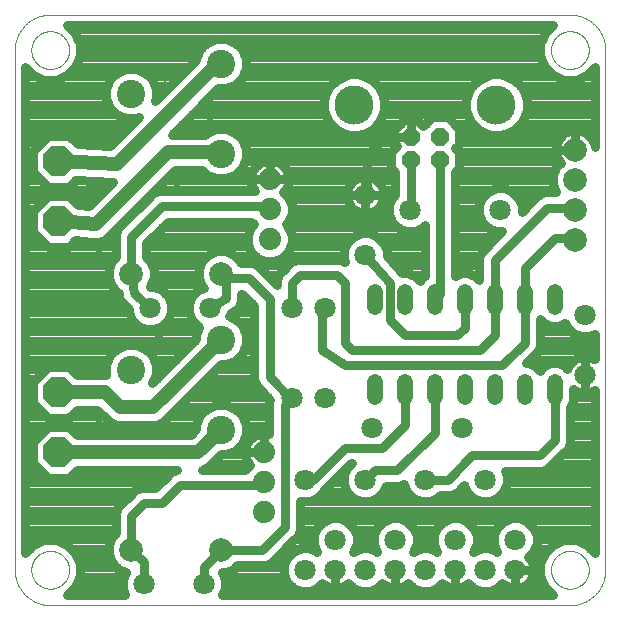
<source format=gbl>
G75*
%MOIN*%
%OFA0B0*%
%FSLAX25Y25*%
%IPPOS*%
%LPD*%
%AMOC8*
5,1,8,0,0,1.08239X$1,22.5*
%
%ADD10C,0.00000*%
%ADD11C,0.07087*%
%ADD12C,0.05200*%
%ADD13OC8,0.05740*%
%ADD14C,0.13055*%
%ADD15C,0.07874*%
%ADD16C,0.09449*%
%ADD17OC8,0.10000*%
%ADD18C,0.07400*%
%ADD19C,0.03150*%
%ADD20C,0.03150*%
%ADD21C,0.04724*%
D10*
X0005724Y0017535D02*
X0005724Y0190764D01*
X0011236Y0190764D02*
X0011238Y0190922D01*
X0011244Y0191080D01*
X0011254Y0191238D01*
X0011268Y0191396D01*
X0011286Y0191553D01*
X0011307Y0191710D01*
X0011333Y0191866D01*
X0011363Y0192022D01*
X0011396Y0192177D01*
X0011434Y0192330D01*
X0011475Y0192483D01*
X0011520Y0192635D01*
X0011569Y0192786D01*
X0011622Y0192935D01*
X0011678Y0193083D01*
X0011738Y0193229D01*
X0011802Y0193374D01*
X0011870Y0193517D01*
X0011941Y0193659D01*
X0012015Y0193799D01*
X0012093Y0193936D01*
X0012175Y0194072D01*
X0012259Y0194206D01*
X0012348Y0194337D01*
X0012439Y0194466D01*
X0012534Y0194593D01*
X0012631Y0194718D01*
X0012732Y0194840D01*
X0012836Y0194959D01*
X0012943Y0195076D01*
X0013053Y0195190D01*
X0013166Y0195301D01*
X0013281Y0195410D01*
X0013399Y0195515D01*
X0013520Y0195617D01*
X0013643Y0195717D01*
X0013769Y0195813D01*
X0013897Y0195906D01*
X0014027Y0195996D01*
X0014160Y0196082D01*
X0014295Y0196166D01*
X0014431Y0196245D01*
X0014570Y0196322D01*
X0014711Y0196394D01*
X0014853Y0196464D01*
X0014997Y0196529D01*
X0015143Y0196591D01*
X0015290Y0196649D01*
X0015439Y0196704D01*
X0015589Y0196755D01*
X0015740Y0196802D01*
X0015892Y0196845D01*
X0016045Y0196884D01*
X0016200Y0196920D01*
X0016355Y0196951D01*
X0016511Y0196979D01*
X0016667Y0197003D01*
X0016824Y0197023D01*
X0016982Y0197039D01*
X0017139Y0197051D01*
X0017298Y0197059D01*
X0017456Y0197063D01*
X0017614Y0197063D01*
X0017772Y0197059D01*
X0017931Y0197051D01*
X0018088Y0197039D01*
X0018246Y0197023D01*
X0018403Y0197003D01*
X0018559Y0196979D01*
X0018715Y0196951D01*
X0018870Y0196920D01*
X0019025Y0196884D01*
X0019178Y0196845D01*
X0019330Y0196802D01*
X0019481Y0196755D01*
X0019631Y0196704D01*
X0019780Y0196649D01*
X0019927Y0196591D01*
X0020073Y0196529D01*
X0020217Y0196464D01*
X0020359Y0196394D01*
X0020500Y0196322D01*
X0020639Y0196245D01*
X0020775Y0196166D01*
X0020910Y0196082D01*
X0021043Y0195996D01*
X0021173Y0195906D01*
X0021301Y0195813D01*
X0021427Y0195717D01*
X0021550Y0195617D01*
X0021671Y0195515D01*
X0021789Y0195410D01*
X0021904Y0195301D01*
X0022017Y0195190D01*
X0022127Y0195076D01*
X0022234Y0194959D01*
X0022338Y0194840D01*
X0022439Y0194718D01*
X0022536Y0194593D01*
X0022631Y0194466D01*
X0022722Y0194337D01*
X0022811Y0194206D01*
X0022895Y0194072D01*
X0022977Y0193936D01*
X0023055Y0193799D01*
X0023129Y0193659D01*
X0023200Y0193517D01*
X0023268Y0193374D01*
X0023332Y0193229D01*
X0023392Y0193083D01*
X0023448Y0192935D01*
X0023501Y0192786D01*
X0023550Y0192635D01*
X0023595Y0192483D01*
X0023636Y0192330D01*
X0023674Y0192177D01*
X0023707Y0192022D01*
X0023737Y0191866D01*
X0023763Y0191710D01*
X0023784Y0191553D01*
X0023802Y0191396D01*
X0023816Y0191238D01*
X0023826Y0191080D01*
X0023832Y0190922D01*
X0023834Y0190764D01*
X0023832Y0190606D01*
X0023826Y0190448D01*
X0023816Y0190290D01*
X0023802Y0190132D01*
X0023784Y0189975D01*
X0023763Y0189818D01*
X0023737Y0189662D01*
X0023707Y0189506D01*
X0023674Y0189351D01*
X0023636Y0189198D01*
X0023595Y0189045D01*
X0023550Y0188893D01*
X0023501Y0188742D01*
X0023448Y0188593D01*
X0023392Y0188445D01*
X0023332Y0188299D01*
X0023268Y0188154D01*
X0023200Y0188011D01*
X0023129Y0187869D01*
X0023055Y0187729D01*
X0022977Y0187592D01*
X0022895Y0187456D01*
X0022811Y0187322D01*
X0022722Y0187191D01*
X0022631Y0187062D01*
X0022536Y0186935D01*
X0022439Y0186810D01*
X0022338Y0186688D01*
X0022234Y0186569D01*
X0022127Y0186452D01*
X0022017Y0186338D01*
X0021904Y0186227D01*
X0021789Y0186118D01*
X0021671Y0186013D01*
X0021550Y0185911D01*
X0021427Y0185811D01*
X0021301Y0185715D01*
X0021173Y0185622D01*
X0021043Y0185532D01*
X0020910Y0185446D01*
X0020775Y0185362D01*
X0020639Y0185283D01*
X0020500Y0185206D01*
X0020359Y0185134D01*
X0020217Y0185064D01*
X0020073Y0184999D01*
X0019927Y0184937D01*
X0019780Y0184879D01*
X0019631Y0184824D01*
X0019481Y0184773D01*
X0019330Y0184726D01*
X0019178Y0184683D01*
X0019025Y0184644D01*
X0018870Y0184608D01*
X0018715Y0184577D01*
X0018559Y0184549D01*
X0018403Y0184525D01*
X0018246Y0184505D01*
X0018088Y0184489D01*
X0017931Y0184477D01*
X0017772Y0184469D01*
X0017614Y0184465D01*
X0017456Y0184465D01*
X0017298Y0184469D01*
X0017139Y0184477D01*
X0016982Y0184489D01*
X0016824Y0184505D01*
X0016667Y0184525D01*
X0016511Y0184549D01*
X0016355Y0184577D01*
X0016200Y0184608D01*
X0016045Y0184644D01*
X0015892Y0184683D01*
X0015740Y0184726D01*
X0015589Y0184773D01*
X0015439Y0184824D01*
X0015290Y0184879D01*
X0015143Y0184937D01*
X0014997Y0184999D01*
X0014853Y0185064D01*
X0014711Y0185134D01*
X0014570Y0185206D01*
X0014431Y0185283D01*
X0014295Y0185362D01*
X0014160Y0185446D01*
X0014027Y0185532D01*
X0013897Y0185622D01*
X0013769Y0185715D01*
X0013643Y0185811D01*
X0013520Y0185911D01*
X0013399Y0186013D01*
X0013281Y0186118D01*
X0013166Y0186227D01*
X0013053Y0186338D01*
X0012943Y0186452D01*
X0012836Y0186569D01*
X0012732Y0186688D01*
X0012631Y0186810D01*
X0012534Y0186935D01*
X0012439Y0187062D01*
X0012348Y0187191D01*
X0012259Y0187322D01*
X0012175Y0187456D01*
X0012093Y0187592D01*
X0012015Y0187729D01*
X0011941Y0187869D01*
X0011870Y0188011D01*
X0011802Y0188154D01*
X0011738Y0188299D01*
X0011678Y0188445D01*
X0011622Y0188593D01*
X0011569Y0188742D01*
X0011520Y0188893D01*
X0011475Y0189045D01*
X0011434Y0189198D01*
X0011396Y0189351D01*
X0011363Y0189506D01*
X0011333Y0189662D01*
X0011307Y0189818D01*
X0011286Y0189975D01*
X0011268Y0190132D01*
X0011254Y0190290D01*
X0011244Y0190448D01*
X0011238Y0190606D01*
X0011236Y0190764D01*
X0005724Y0190764D02*
X0005727Y0191049D01*
X0005738Y0191335D01*
X0005755Y0191620D01*
X0005779Y0191904D01*
X0005810Y0192188D01*
X0005848Y0192471D01*
X0005893Y0192752D01*
X0005944Y0193033D01*
X0006002Y0193313D01*
X0006067Y0193591D01*
X0006139Y0193867D01*
X0006217Y0194141D01*
X0006302Y0194414D01*
X0006394Y0194684D01*
X0006492Y0194952D01*
X0006596Y0195218D01*
X0006707Y0195481D01*
X0006824Y0195741D01*
X0006947Y0195999D01*
X0007077Y0196253D01*
X0007213Y0196504D01*
X0007354Y0196752D01*
X0007502Y0196996D01*
X0007655Y0197237D01*
X0007815Y0197473D01*
X0007980Y0197706D01*
X0008150Y0197935D01*
X0008326Y0198160D01*
X0008508Y0198380D01*
X0008694Y0198596D01*
X0008886Y0198807D01*
X0009083Y0199014D01*
X0009285Y0199216D01*
X0009492Y0199413D01*
X0009703Y0199605D01*
X0009919Y0199791D01*
X0010139Y0199973D01*
X0010364Y0200149D01*
X0010593Y0200319D01*
X0010826Y0200484D01*
X0011062Y0200644D01*
X0011303Y0200797D01*
X0011547Y0200945D01*
X0011795Y0201086D01*
X0012046Y0201222D01*
X0012300Y0201352D01*
X0012558Y0201475D01*
X0012818Y0201592D01*
X0013081Y0201703D01*
X0013347Y0201807D01*
X0013615Y0201905D01*
X0013885Y0201997D01*
X0014158Y0202082D01*
X0014432Y0202160D01*
X0014708Y0202232D01*
X0014986Y0202297D01*
X0015266Y0202355D01*
X0015547Y0202406D01*
X0015828Y0202451D01*
X0016111Y0202489D01*
X0016395Y0202520D01*
X0016679Y0202544D01*
X0016964Y0202561D01*
X0017250Y0202572D01*
X0017535Y0202575D01*
X0190764Y0202575D01*
X0184465Y0190764D02*
X0184467Y0190922D01*
X0184473Y0191080D01*
X0184483Y0191238D01*
X0184497Y0191396D01*
X0184515Y0191553D01*
X0184536Y0191710D01*
X0184562Y0191866D01*
X0184592Y0192022D01*
X0184625Y0192177D01*
X0184663Y0192330D01*
X0184704Y0192483D01*
X0184749Y0192635D01*
X0184798Y0192786D01*
X0184851Y0192935D01*
X0184907Y0193083D01*
X0184967Y0193229D01*
X0185031Y0193374D01*
X0185099Y0193517D01*
X0185170Y0193659D01*
X0185244Y0193799D01*
X0185322Y0193936D01*
X0185404Y0194072D01*
X0185488Y0194206D01*
X0185577Y0194337D01*
X0185668Y0194466D01*
X0185763Y0194593D01*
X0185860Y0194718D01*
X0185961Y0194840D01*
X0186065Y0194959D01*
X0186172Y0195076D01*
X0186282Y0195190D01*
X0186395Y0195301D01*
X0186510Y0195410D01*
X0186628Y0195515D01*
X0186749Y0195617D01*
X0186872Y0195717D01*
X0186998Y0195813D01*
X0187126Y0195906D01*
X0187256Y0195996D01*
X0187389Y0196082D01*
X0187524Y0196166D01*
X0187660Y0196245D01*
X0187799Y0196322D01*
X0187940Y0196394D01*
X0188082Y0196464D01*
X0188226Y0196529D01*
X0188372Y0196591D01*
X0188519Y0196649D01*
X0188668Y0196704D01*
X0188818Y0196755D01*
X0188969Y0196802D01*
X0189121Y0196845D01*
X0189274Y0196884D01*
X0189429Y0196920D01*
X0189584Y0196951D01*
X0189740Y0196979D01*
X0189896Y0197003D01*
X0190053Y0197023D01*
X0190211Y0197039D01*
X0190368Y0197051D01*
X0190527Y0197059D01*
X0190685Y0197063D01*
X0190843Y0197063D01*
X0191001Y0197059D01*
X0191160Y0197051D01*
X0191317Y0197039D01*
X0191475Y0197023D01*
X0191632Y0197003D01*
X0191788Y0196979D01*
X0191944Y0196951D01*
X0192099Y0196920D01*
X0192254Y0196884D01*
X0192407Y0196845D01*
X0192559Y0196802D01*
X0192710Y0196755D01*
X0192860Y0196704D01*
X0193009Y0196649D01*
X0193156Y0196591D01*
X0193302Y0196529D01*
X0193446Y0196464D01*
X0193588Y0196394D01*
X0193729Y0196322D01*
X0193868Y0196245D01*
X0194004Y0196166D01*
X0194139Y0196082D01*
X0194272Y0195996D01*
X0194402Y0195906D01*
X0194530Y0195813D01*
X0194656Y0195717D01*
X0194779Y0195617D01*
X0194900Y0195515D01*
X0195018Y0195410D01*
X0195133Y0195301D01*
X0195246Y0195190D01*
X0195356Y0195076D01*
X0195463Y0194959D01*
X0195567Y0194840D01*
X0195668Y0194718D01*
X0195765Y0194593D01*
X0195860Y0194466D01*
X0195951Y0194337D01*
X0196040Y0194206D01*
X0196124Y0194072D01*
X0196206Y0193936D01*
X0196284Y0193799D01*
X0196358Y0193659D01*
X0196429Y0193517D01*
X0196497Y0193374D01*
X0196561Y0193229D01*
X0196621Y0193083D01*
X0196677Y0192935D01*
X0196730Y0192786D01*
X0196779Y0192635D01*
X0196824Y0192483D01*
X0196865Y0192330D01*
X0196903Y0192177D01*
X0196936Y0192022D01*
X0196966Y0191866D01*
X0196992Y0191710D01*
X0197013Y0191553D01*
X0197031Y0191396D01*
X0197045Y0191238D01*
X0197055Y0191080D01*
X0197061Y0190922D01*
X0197063Y0190764D01*
X0197061Y0190606D01*
X0197055Y0190448D01*
X0197045Y0190290D01*
X0197031Y0190132D01*
X0197013Y0189975D01*
X0196992Y0189818D01*
X0196966Y0189662D01*
X0196936Y0189506D01*
X0196903Y0189351D01*
X0196865Y0189198D01*
X0196824Y0189045D01*
X0196779Y0188893D01*
X0196730Y0188742D01*
X0196677Y0188593D01*
X0196621Y0188445D01*
X0196561Y0188299D01*
X0196497Y0188154D01*
X0196429Y0188011D01*
X0196358Y0187869D01*
X0196284Y0187729D01*
X0196206Y0187592D01*
X0196124Y0187456D01*
X0196040Y0187322D01*
X0195951Y0187191D01*
X0195860Y0187062D01*
X0195765Y0186935D01*
X0195668Y0186810D01*
X0195567Y0186688D01*
X0195463Y0186569D01*
X0195356Y0186452D01*
X0195246Y0186338D01*
X0195133Y0186227D01*
X0195018Y0186118D01*
X0194900Y0186013D01*
X0194779Y0185911D01*
X0194656Y0185811D01*
X0194530Y0185715D01*
X0194402Y0185622D01*
X0194272Y0185532D01*
X0194139Y0185446D01*
X0194004Y0185362D01*
X0193868Y0185283D01*
X0193729Y0185206D01*
X0193588Y0185134D01*
X0193446Y0185064D01*
X0193302Y0184999D01*
X0193156Y0184937D01*
X0193009Y0184879D01*
X0192860Y0184824D01*
X0192710Y0184773D01*
X0192559Y0184726D01*
X0192407Y0184683D01*
X0192254Y0184644D01*
X0192099Y0184608D01*
X0191944Y0184577D01*
X0191788Y0184549D01*
X0191632Y0184525D01*
X0191475Y0184505D01*
X0191317Y0184489D01*
X0191160Y0184477D01*
X0191001Y0184469D01*
X0190843Y0184465D01*
X0190685Y0184465D01*
X0190527Y0184469D01*
X0190368Y0184477D01*
X0190211Y0184489D01*
X0190053Y0184505D01*
X0189896Y0184525D01*
X0189740Y0184549D01*
X0189584Y0184577D01*
X0189429Y0184608D01*
X0189274Y0184644D01*
X0189121Y0184683D01*
X0188969Y0184726D01*
X0188818Y0184773D01*
X0188668Y0184824D01*
X0188519Y0184879D01*
X0188372Y0184937D01*
X0188226Y0184999D01*
X0188082Y0185064D01*
X0187940Y0185134D01*
X0187799Y0185206D01*
X0187660Y0185283D01*
X0187524Y0185362D01*
X0187389Y0185446D01*
X0187256Y0185532D01*
X0187126Y0185622D01*
X0186998Y0185715D01*
X0186872Y0185811D01*
X0186749Y0185911D01*
X0186628Y0186013D01*
X0186510Y0186118D01*
X0186395Y0186227D01*
X0186282Y0186338D01*
X0186172Y0186452D01*
X0186065Y0186569D01*
X0185961Y0186688D01*
X0185860Y0186810D01*
X0185763Y0186935D01*
X0185668Y0187062D01*
X0185577Y0187191D01*
X0185488Y0187322D01*
X0185404Y0187456D01*
X0185322Y0187592D01*
X0185244Y0187729D01*
X0185170Y0187869D01*
X0185099Y0188011D01*
X0185031Y0188154D01*
X0184967Y0188299D01*
X0184907Y0188445D01*
X0184851Y0188593D01*
X0184798Y0188742D01*
X0184749Y0188893D01*
X0184704Y0189045D01*
X0184663Y0189198D01*
X0184625Y0189351D01*
X0184592Y0189506D01*
X0184562Y0189662D01*
X0184536Y0189818D01*
X0184515Y0189975D01*
X0184497Y0190132D01*
X0184483Y0190290D01*
X0184473Y0190448D01*
X0184467Y0190606D01*
X0184465Y0190764D01*
X0190764Y0202575D02*
X0191049Y0202572D01*
X0191335Y0202561D01*
X0191620Y0202544D01*
X0191904Y0202520D01*
X0192188Y0202489D01*
X0192471Y0202451D01*
X0192752Y0202406D01*
X0193033Y0202355D01*
X0193313Y0202297D01*
X0193591Y0202232D01*
X0193867Y0202160D01*
X0194141Y0202082D01*
X0194414Y0201997D01*
X0194684Y0201905D01*
X0194952Y0201807D01*
X0195218Y0201703D01*
X0195481Y0201592D01*
X0195741Y0201475D01*
X0195999Y0201352D01*
X0196253Y0201222D01*
X0196504Y0201086D01*
X0196752Y0200945D01*
X0196996Y0200797D01*
X0197237Y0200644D01*
X0197473Y0200484D01*
X0197706Y0200319D01*
X0197935Y0200149D01*
X0198160Y0199973D01*
X0198380Y0199791D01*
X0198596Y0199605D01*
X0198807Y0199413D01*
X0199014Y0199216D01*
X0199216Y0199014D01*
X0199413Y0198807D01*
X0199605Y0198596D01*
X0199791Y0198380D01*
X0199973Y0198160D01*
X0200149Y0197935D01*
X0200319Y0197706D01*
X0200484Y0197473D01*
X0200644Y0197237D01*
X0200797Y0196996D01*
X0200945Y0196752D01*
X0201086Y0196504D01*
X0201222Y0196253D01*
X0201352Y0195999D01*
X0201475Y0195741D01*
X0201592Y0195481D01*
X0201703Y0195218D01*
X0201807Y0194952D01*
X0201905Y0194684D01*
X0201997Y0194414D01*
X0202082Y0194141D01*
X0202160Y0193867D01*
X0202232Y0193591D01*
X0202297Y0193313D01*
X0202355Y0193033D01*
X0202406Y0192752D01*
X0202451Y0192471D01*
X0202489Y0192188D01*
X0202520Y0191904D01*
X0202544Y0191620D01*
X0202561Y0191335D01*
X0202572Y0191049D01*
X0202575Y0190764D01*
X0202575Y0017535D01*
X0184465Y0017535D02*
X0184467Y0017693D01*
X0184473Y0017851D01*
X0184483Y0018009D01*
X0184497Y0018167D01*
X0184515Y0018324D01*
X0184536Y0018481D01*
X0184562Y0018637D01*
X0184592Y0018793D01*
X0184625Y0018948D01*
X0184663Y0019101D01*
X0184704Y0019254D01*
X0184749Y0019406D01*
X0184798Y0019557D01*
X0184851Y0019706D01*
X0184907Y0019854D01*
X0184967Y0020000D01*
X0185031Y0020145D01*
X0185099Y0020288D01*
X0185170Y0020430D01*
X0185244Y0020570D01*
X0185322Y0020707D01*
X0185404Y0020843D01*
X0185488Y0020977D01*
X0185577Y0021108D01*
X0185668Y0021237D01*
X0185763Y0021364D01*
X0185860Y0021489D01*
X0185961Y0021611D01*
X0186065Y0021730D01*
X0186172Y0021847D01*
X0186282Y0021961D01*
X0186395Y0022072D01*
X0186510Y0022181D01*
X0186628Y0022286D01*
X0186749Y0022388D01*
X0186872Y0022488D01*
X0186998Y0022584D01*
X0187126Y0022677D01*
X0187256Y0022767D01*
X0187389Y0022853D01*
X0187524Y0022937D01*
X0187660Y0023016D01*
X0187799Y0023093D01*
X0187940Y0023165D01*
X0188082Y0023235D01*
X0188226Y0023300D01*
X0188372Y0023362D01*
X0188519Y0023420D01*
X0188668Y0023475D01*
X0188818Y0023526D01*
X0188969Y0023573D01*
X0189121Y0023616D01*
X0189274Y0023655D01*
X0189429Y0023691D01*
X0189584Y0023722D01*
X0189740Y0023750D01*
X0189896Y0023774D01*
X0190053Y0023794D01*
X0190211Y0023810D01*
X0190368Y0023822D01*
X0190527Y0023830D01*
X0190685Y0023834D01*
X0190843Y0023834D01*
X0191001Y0023830D01*
X0191160Y0023822D01*
X0191317Y0023810D01*
X0191475Y0023794D01*
X0191632Y0023774D01*
X0191788Y0023750D01*
X0191944Y0023722D01*
X0192099Y0023691D01*
X0192254Y0023655D01*
X0192407Y0023616D01*
X0192559Y0023573D01*
X0192710Y0023526D01*
X0192860Y0023475D01*
X0193009Y0023420D01*
X0193156Y0023362D01*
X0193302Y0023300D01*
X0193446Y0023235D01*
X0193588Y0023165D01*
X0193729Y0023093D01*
X0193868Y0023016D01*
X0194004Y0022937D01*
X0194139Y0022853D01*
X0194272Y0022767D01*
X0194402Y0022677D01*
X0194530Y0022584D01*
X0194656Y0022488D01*
X0194779Y0022388D01*
X0194900Y0022286D01*
X0195018Y0022181D01*
X0195133Y0022072D01*
X0195246Y0021961D01*
X0195356Y0021847D01*
X0195463Y0021730D01*
X0195567Y0021611D01*
X0195668Y0021489D01*
X0195765Y0021364D01*
X0195860Y0021237D01*
X0195951Y0021108D01*
X0196040Y0020977D01*
X0196124Y0020843D01*
X0196206Y0020707D01*
X0196284Y0020570D01*
X0196358Y0020430D01*
X0196429Y0020288D01*
X0196497Y0020145D01*
X0196561Y0020000D01*
X0196621Y0019854D01*
X0196677Y0019706D01*
X0196730Y0019557D01*
X0196779Y0019406D01*
X0196824Y0019254D01*
X0196865Y0019101D01*
X0196903Y0018948D01*
X0196936Y0018793D01*
X0196966Y0018637D01*
X0196992Y0018481D01*
X0197013Y0018324D01*
X0197031Y0018167D01*
X0197045Y0018009D01*
X0197055Y0017851D01*
X0197061Y0017693D01*
X0197063Y0017535D01*
X0197061Y0017377D01*
X0197055Y0017219D01*
X0197045Y0017061D01*
X0197031Y0016903D01*
X0197013Y0016746D01*
X0196992Y0016589D01*
X0196966Y0016433D01*
X0196936Y0016277D01*
X0196903Y0016122D01*
X0196865Y0015969D01*
X0196824Y0015816D01*
X0196779Y0015664D01*
X0196730Y0015513D01*
X0196677Y0015364D01*
X0196621Y0015216D01*
X0196561Y0015070D01*
X0196497Y0014925D01*
X0196429Y0014782D01*
X0196358Y0014640D01*
X0196284Y0014500D01*
X0196206Y0014363D01*
X0196124Y0014227D01*
X0196040Y0014093D01*
X0195951Y0013962D01*
X0195860Y0013833D01*
X0195765Y0013706D01*
X0195668Y0013581D01*
X0195567Y0013459D01*
X0195463Y0013340D01*
X0195356Y0013223D01*
X0195246Y0013109D01*
X0195133Y0012998D01*
X0195018Y0012889D01*
X0194900Y0012784D01*
X0194779Y0012682D01*
X0194656Y0012582D01*
X0194530Y0012486D01*
X0194402Y0012393D01*
X0194272Y0012303D01*
X0194139Y0012217D01*
X0194004Y0012133D01*
X0193868Y0012054D01*
X0193729Y0011977D01*
X0193588Y0011905D01*
X0193446Y0011835D01*
X0193302Y0011770D01*
X0193156Y0011708D01*
X0193009Y0011650D01*
X0192860Y0011595D01*
X0192710Y0011544D01*
X0192559Y0011497D01*
X0192407Y0011454D01*
X0192254Y0011415D01*
X0192099Y0011379D01*
X0191944Y0011348D01*
X0191788Y0011320D01*
X0191632Y0011296D01*
X0191475Y0011276D01*
X0191317Y0011260D01*
X0191160Y0011248D01*
X0191001Y0011240D01*
X0190843Y0011236D01*
X0190685Y0011236D01*
X0190527Y0011240D01*
X0190368Y0011248D01*
X0190211Y0011260D01*
X0190053Y0011276D01*
X0189896Y0011296D01*
X0189740Y0011320D01*
X0189584Y0011348D01*
X0189429Y0011379D01*
X0189274Y0011415D01*
X0189121Y0011454D01*
X0188969Y0011497D01*
X0188818Y0011544D01*
X0188668Y0011595D01*
X0188519Y0011650D01*
X0188372Y0011708D01*
X0188226Y0011770D01*
X0188082Y0011835D01*
X0187940Y0011905D01*
X0187799Y0011977D01*
X0187660Y0012054D01*
X0187524Y0012133D01*
X0187389Y0012217D01*
X0187256Y0012303D01*
X0187126Y0012393D01*
X0186998Y0012486D01*
X0186872Y0012582D01*
X0186749Y0012682D01*
X0186628Y0012784D01*
X0186510Y0012889D01*
X0186395Y0012998D01*
X0186282Y0013109D01*
X0186172Y0013223D01*
X0186065Y0013340D01*
X0185961Y0013459D01*
X0185860Y0013581D01*
X0185763Y0013706D01*
X0185668Y0013833D01*
X0185577Y0013962D01*
X0185488Y0014093D01*
X0185404Y0014227D01*
X0185322Y0014363D01*
X0185244Y0014500D01*
X0185170Y0014640D01*
X0185099Y0014782D01*
X0185031Y0014925D01*
X0184967Y0015070D01*
X0184907Y0015216D01*
X0184851Y0015364D01*
X0184798Y0015513D01*
X0184749Y0015664D01*
X0184704Y0015816D01*
X0184663Y0015969D01*
X0184625Y0016122D01*
X0184592Y0016277D01*
X0184562Y0016433D01*
X0184536Y0016589D01*
X0184515Y0016746D01*
X0184497Y0016903D01*
X0184483Y0017061D01*
X0184473Y0017219D01*
X0184467Y0017377D01*
X0184465Y0017535D01*
X0190764Y0005724D02*
X0191049Y0005727D01*
X0191335Y0005738D01*
X0191620Y0005755D01*
X0191904Y0005779D01*
X0192188Y0005810D01*
X0192471Y0005848D01*
X0192752Y0005893D01*
X0193033Y0005944D01*
X0193313Y0006002D01*
X0193591Y0006067D01*
X0193867Y0006139D01*
X0194141Y0006217D01*
X0194414Y0006302D01*
X0194684Y0006394D01*
X0194952Y0006492D01*
X0195218Y0006596D01*
X0195481Y0006707D01*
X0195741Y0006824D01*
X0195999Y0006947D01*
X0196253Y0007077D01*
X0196504Y0007213D01*
X0196752Y0007354D01*
X0196996Y0007502D01*
X0197237Y0007655D01*
X0197473Y0007815D01*
X0197706Y0007980D01*
X0197935Y0008150D01*
X0198160Y0008326D01*
X0198380Y0008508D01*
X0198596Y0008694D01*
X0198807Y0008886D01*
X0199014Y0009083D01*
X0199216Y0009285D01*
X0199413Y0009492D01*
X0199605Y0009703D01*
X0199791Y0009919D01*
X0199973Y0010139D01*
X0200149Y0010364D01*
X0200319Y0010593D01*
X0200484Y0010826D01*
X0200644Y0011062D01*
X0200797Y0011303D01*
X0200945Y0011547D01*
X0201086Y0011795D01*
X0201222Y0012046D01*
X0201352Y0012300D01*
X0201475Y0012558D01*
X0201592Y0012818D01*
X0201703Y0013081D01*
X0201807Y0013347D01*
X0201905Y0013615D01*
X0201997Y0013885D01*
X0202082Y0014158D01*
X0202160Y0014432D01*
X0202232Y0014708D01*
X0202297Y0014986D01*
X0202355Y0015266D01*
X0202406Y0015547D01*
X0202451Y0015828D01*
X0202489Y0016111D01*
X0202520Y0016395D01*
X0202544Y0016679D01*
X0202561Y0016964D01*
X0202572Y0017250D01*
X0202575Y0017535D01*
X0190764Y0005724D02*
X0017535Y0005724D01*
X0011236Y0017535D02*
X0011238Y0017693D01*
X0011244Y0017851D01*
X0011254Y0018009D01*
X0011268Y0018167D01*
X0011286Y0018324D01*
X0011307Y0018481D01*
X0011333Y0018637D01*
X0011363Y0018793D01*
X0011396Y0018948D01*
X0011434Y0019101D01*
X0011475Y0019254D01*
X0011520Y0019406D01*
X0011569Y0019557D01*
X0011622Y0019706D01*
X0011678Y0019854D01*
X0011738Y0020000D01*
X0011802Y0020145D01*
X0011870Y0020288D01*
X0011941Y0020430D01*
X0012015Y0020570D01*
X0012093Y0020707D01*
X0012175Y0020843D01*
X0012259Y0020977D01*
X0012348Y0021108D01*
X0012439Y0021237D01*
X0012534Y0021364D01*
X0012631Y0021489D01*
X0012732Y0021611D01*
X0012836Y0021730D01*
X0012943Y0021847D01*
X0013053Y0021961D01*
X0013166Y0022072D01*
X0013281Y0022181D01*
X0013399Y0022286D01*
X0013520Y0022388D01*
X0013643Y0022488D01*
X0013769Y0022584D01*
X0013897Y0022677D01*
X0014027Y0022767D01*
X0014160Y0022853D01*
X0014295Y0022937D01*
X0014431Y0023016D01*
X0014570Y0023093D01*
X0014711Y0023165D01*
X0014853Y0023235D01*
X0014997Y0023300D01*
X0015143Y0023362D01*
X0015290Y0023420D01*
X0015439Y0023475D01*
X0015589Y0023526D01*
X0015740Y0023573D01*
X0015892Y0023616D01*
X0016045Y0023655D01*
X0016200Y0023691D01*
X0016355Y0023722D01*
X0016511Y0023750D01*
X0016667Y0023774D01*
X0016824Y0023794D01*
X0016982Y0023810D01*
X0017139Y0023822D01*
X0017298Y0023830D01*
X0017456Y0023834D01*
X0017614Y0023834D01*
X0017772Y0023830D01*
X0017931Y0023822D01*
X0018088Y0023810D01*
X0018246Y0023794D01*
X0018403Y0023774D01*
X0018559Y0023750D01*
X0018715Y0023722D01*
X0018870Y0023691D01*
X0019025Y0023655D01*
X0019178Y0023616D01*
X0019330Y0023573D01*
X0019481Y0023526D01*
X0019631Y0023475D01*
X0019780Y0023420D01*
X0019927Y0023362D01*
X0020073Y0023300D01*
X0020217Y0023235D01*
X0020359Y0023165D01*
X0020500Y0023093D01*
X0020639Y0023016D01*
X0020775Y0022937D01*
X0020910Y0022853D01*
X0021043Y0022767D01*
X0021173Y0022677D01*
X0021301Y0022584D01*
X0021427Y0022488D01*
X0021550Y0022388D01*
X0021671Y0022286D01*
X0021789Y0022181D01*
X0021904Y0022072D01*
X0022017Y0021961D01*
X0022127Y0021847D01*
X0022234Y0021730D01*
X0022338Y0021611D01*
X0022439Y0021489D01*
X0022536Y0021364D01*
X0022631Y0021237D01*
X0022722Y0021108D01*
X0022811Y0020977D01*
X0022895Y0020843D01*
X0022977Y0020707D01*
X0023055Y0020570D01*
X0023129Y0020430D01*
X0023200Y0020288D01*
X0023268Y0020145D01*
X0023332Y0020000D01*
X0023392Y0019854D01*
X0023448Y0019706D01*
X0023501Y0019557D01*
X0023550Y0019406D01*
X0023595Y0019254D01*
X0023636Y0019101D01*
X0023674Y0018948D01*
X0023707Y0018793D01*
X0023737Y0018637D01*
X0023763Y0018481D01*
X0023784Y0018324D01*
X0023802Y0018167D01*
X0023816Y0018009D01*
X0023826Y0017851D01*
X0023832Y0017693D01*
X0023834Y0017535D01*
X0023832Y0017377D01*
X0023826Y0017219D01*
X0023816Y0017061D01*
X0023802Y0016903D01*
X0023784Y0016746D01*
X0023763Y0016589D01*
X0023737Y0016433D01*
X0023707Y0016277D01*
X0023674Y0016122D01*
X0023636Y0015969D01*
X0023595Y0015816D01*
X0023550Y0015664D01*
X0023501Y0015513D01*
X0023448Y0015364D01*
X0023392Y0015216D01*
X0023332Y0015070D01*
X0023268Y0014925D01*
X0023200Y0014782D01*
X0023129Y0014640D01*
X0023055Y0014500D01*
X0022977Y0014363D01*
X0022895Y0014227D01*
X0022811Y0014093D01*
X0022722Y0013962D01*
X0022631Y0013833D01*
X0022536Y0013706D01*
X0022439Y0013581D01*
X0022338Y0013459D01*
X0022234Y0013340D01*
X0022127Y0013223D01*
X0022017Y0013109D01*
X0021904Y0012998D01*
X0021789Y0012889D01*
X0021671Y0012784D01*
X0021550Y0012682D01*
X0021427Y0012582D01*
X0021301Y0012486D01*
X0021173Y0012393D01*
X0021043Y0012303D01*
X0020910Y0012217D01*
X0020775Y0012133D01*
X0020639Y0012054D01*
X0020500Y0011977D01*
X0020359Y0011905D01*
X0020217Y0011835D01*
X0020073Y0011770D01*
X0019927Y0011708D01*
X0019780Y0011650D01*
X0019631Y0011595D01*
X0019481Y0011544D01*
X0019330Y0011497D01*
X0019178Y0011454D01*
X0019025Y0011415D01*
X0018870Y0011379D01*
X0018715Y0011348D01*
X0018559Y0011320D01*
X0018403Y0011296D01*
X0018246Y0011276D01*
X0018088Y0011260D01*
X0017931Y0011248D01*
X0017772Y0011240D01*
X0017614Y0011236D01*
X0017456Y0011236D01*
X0017298Y0011240D01*
X0017139Y0011248D01*
X0016982Y0011260D01*
X0016824Y0011276D01*
X0016667Y0011296D01*
X0016511Y0011320D01*
X0016355Y0011348D01*
X0016200Y0011379D01*
X0016045Y0011415D01*
X0015892Y0011454D01*
X0015740Y0011497D01*
X0015589Y0011544D01*
X0015439Y0011595D01*
X0015290Y0011650D01*
X0015143Y0011708D01*
X0014997Y0011770D01*
X0014853Y0011835D01*
X0014711Y0011905D01*
X0014570Y0011977D01*
X0014431Y0012054D01*
X0014295Y0012133D01*
X0014160Y0012217D01*
X0014027Y0012303D01*
X0013897Y0012393D01*
X0013769Y0012486D01*
X0013643Y0012582D01*
X0013520Y0012682D01*
X0013399Y0012784D01*
X0013281Y0012889D01*
X0013166Y0012998D01*
X0013053Y0013109D01*
X0012943Y0013223D01*
X0012836Y0013340D01*
X0012732Y0013459D01*
X0012631Y0013581D01*
X0012534Y0013706D01*
X0012439Y0013833D01*
X0012348Y0013962D01*
X0012259Y0014093D01*
X0012175Y0014227D01*
X0012093Y0014363D01*
X0012015Y0014500D01*
X0011941Y0014640D01*
X0011870Y0014782D01*
X0011802Y0014925D01*
X0011738Y0015070D01*
X0011678Y0015216D01*
X0011622Y0015364D01*
X0011569Y0015513D01*
X0011520Y0015664D01*
X0011475Y0015816D01*
X0011434Y0015969D01*
X0011396Y0016122D01*
X0011363Y0016277D01*
X0011333Y0016433D01*
X0011307Y0016589D01*
X0011286Y0016746D01*
X0011268Y0016903D01*
X0011254Y0017061D01*
X0011244Y0017219D01*
X0011238Y0017377D01*
X0011236Y0017535D01*
X0005724Y0017535D02*
X0005727Y0017250D01*
X0005738Y0016964D01*
X0005755Y0016679D01*
X0005779Y0016395D01*
X0005810Y0016111D01*
X0005848Y0015828D01*
X0005893Y0015547D01*
X0005944Y0015266D01*
X0006002Y0014986D01*
X0006067Y0014708D01*
X0006139Y0014432D01*
X0006217Y0014158D01*
X0006302Y0013885D01*
X0006394Y0013615D01*
X0006492Y0013347D01*
X0006596Y0013081D01*
X0006707Y0012818D01*
X0006824Y0012558D01*
X0006947Y0012300D01*
X0007077Y0012046D01*
X0007213Y0011795D01*
X0007354Y0011547D01*
X0007502Y0011303D01*
X0007655Y0011062D01*
X0007815Y0010826D01*
X0007980Y0010593D01*
X0008150Y0010364D01*
X0008326Y0010139D01*
X0008508Y0009919D01*
X0008694Y0009703D01*
X0008886Y0009492D01*
X0009083Y0009285D01*
X0009285Y0009083D01*
X0009492Y0008886D01*
X0009703Y0008694D01*
X0009919Y0008508D01*
X0010139Y0008326D01*
X0010364Y0008150D01*
X0010593Y0007980D01*
X0010826Y0007815D01*
X0011062Y0007655D01*
X0011303Y0007502D01*
X0011547Y0007354D01*
X0011795Y0007213D01*
X0012046Y0007077D01*
X0012300Y0006947D01*
X0012558Y0006824D01*
X0012818Y0006707D01*
X0013081Y0006596D01*
X0013347Y0006492D01*
X0013615Y0006394D01*
X0013885Y0006302D01*
X0014158Y0006217D01*
X0014432Y0006139D01*
X0014708Y0006067D01*
X0014986Y0006002D01*
X0015266Y0005944D01*
X0015547Y0005893D01*
X0015828Y0005848D01*
X0016111Y0005810D01*
X0016395Y0005779D01*
X0016679Y0005755D01*
X0016964Y0005738D01*
X0017250Y0005727D01*
X0017535Y0005724D01*
D11*
X0048724Y0012724D03*
X0068724Y0012724D03*
X0102575Y0017575D03*
X0112575Y0017575D03*
X0112575Y0027575D03*
X0122575Y0017575D03*
X0132575Y0017575D03*
X0132575Y0027575D03*
X0142575Y0017575D03*
X0152575Y0017575D03*
X0152575Y0027575D03*
X0162575Y0017575D03*
X0172575Y0017575D03*
X0172575Y0027575D03*
X0162575Y0047575D03*
X0154937Y0064937D03*
X0142575Y0047575D03*
X0124937Y0064937D03*
X0122575Y0047575D03*
X0102575Y0047575D03*
X0098224Y0074937D03*
X0109012Y0074937D03*
X0109012Y0104937D03*
X0098224Y0104937D03*
X0122575Y0122575D03*
X0137575Y0137575D03*
X0122575Y0142575D03*
X0167575Y0137575D03*
X0195724Y0102575D03*
X0195724Y0082575D03*
X0070724Y0104724D03*
X0050724Y0104724D03*
D12*
X0125724Y0104975D02*
X0125724Y0110175D01*
X0135724Y0110175D02*
X0135724Y0104975D01*
X0145724Y0104975D02*
X0145724Y0110175D01*
X0155724Y0110175D02*
X0155724Y0104975D01*
X0165724Y0104975D02*
X0165724Y0110175D01*
X0175724Y0110175D02*
X0175724Y0104975D01*
X0185724Y0104975D02*
X0185724Y0110175D01*
X0185724Y0080175D02*
X0185724Y0074975D01*
X0175724Y0074975D02*
X0175724Y0080175D01*
X0165724Y0080175D02*
X0165724Y0074975D01*
X0155724Y0074975D02*
X0155724Y0080175D01*
X0145724Y0080175D02*
X0145724Y0074975D01*
X0135724Y0074975D02*
X0135724Y0080175D01*
X0125724Y0080175D02*
X0125724Y0074975D01*
D13*
X0137654Y0154031D03*
X0137654Y0161906D03*
X0147496Y0161906D03*
X0147496Y0154031D03*
D14*
X0166276Y0172575D03*
X0118874Y0172575D03*
D15*
X0074504Y0116291D03*
X0044504Y0116291D03*
X0044504Y0024291D03*
X0074504Y0024291D03*
X0192575Y0127575D03*
X0192575Y0137575D03*
X0192575Y0147575D03*
X0192575Y0157575D03*
D16*
X0074504Y0156291D03*
X0074504Y0186291D03*
X0044504Y0176291D03*
X0074504Y0094291D03*
X0074504Y0064291D03*
X0044504Y0084291D03*
D17*
X0020189Y0076724D03*
X0020189Y0056724D03*
X0020189Y0133724D03*
X0020189Y0153724D03*
D18*
X0090724Y0147724D03*
X0090724Y0137724D03*
X0090724Y0127724D03*
X0088724Y0056724D03*
X0088724Y0046724D03*
X0088724Y0036724D03*
D19*
X0095724Y0031724D02*
X0095724Y0072437D01*
X0098224Y0074937D01*
X0097512Y0074937D01*
X0090724Y0081724D01*
X0090724Y0107724D01*
X0083724Y0114724D01*
X0076071Y0114724D01*
X0076071Y0108071D01*
X0070724Y0104724D01*
X0065259Y0100168D02*
X0056190Y0100168D01*
X0056732Y0100710D02*
X0054739Y0098717D01*
X0052134Y0097638D01*
X0049315Y0097638D01*
X0046710Y0098717D01*
X0044717Y0100710D01*
X0043638Y0103315D01*
X0043638Y0104573D01*
X0042168Y0106042D01*
X0041669Y0106406D01*
X0041455Y0106756D01*
X0041165Y0107046D01*
X0040929Y0107616D01*
X0040607Y0108143D01*
X0040543Y0108548D01*
X0040386Y0108927D01*
X0040386Y0109544D01*
X0040326Y0109925D01*
X0040267Y0109950D01*
X0038162Y0112054D01*
X0037024Y0114803D01*
X0037024Y0117779D01*
X0038162Y0120529D01*
X0039386Y0121752D01*
X0039386Y0129522D01*
X0040165Y0131403D01*
X0050385Y0141624D01*
X0051825Y0143063D01*
X0053706Y0143843D01*
X0085789Y0143843D01*
X0085358Y0144436D01*
X0084909Y0145316D01*
X0084604Y0146255D01*
X0084450Y0147231D01*
X0084450Y0147724D01*
X0090724Y0147724D01*
X0090724Y0147724D01*
X0084450Y0147724D01*
X0084450Y0148218D01*
X0084604Y0149194D01*
X0084909Y0150133D01*
X0085358Y0151013D01*
X0085938Y0151812D01*
X0086637Y0152511D01*
X0087436Y0153091D01*
X0088316Y0153539D01*
X0089255Y0153845D01*
X0090231Y0153999D01*
X0090724Y0153999D01*
X0090724Y0147725D01*
X0090724Y0147725D01*
X0090724Y0153999D01*
X0091218Y0153999D01*
X0092194Y0153845D01*
X0093133Y0153539D01*
X0094013Y0153091D01*
X0094812Y0152511D01*
X0095511Y0151812D01*
X0096091Y0151013D01*
X0096539Y0150133D01*
X0096845Y0149194D01*
X0096999Y0148218D01*
X0096999Y0147724D01*
X0090725Y0147724D01*
X0090725Y0147724D01*
X0096999Y0147724D01*
X0096999Y0147231D01*
X0096845Y0146255D01*
X0096539Y0145316D01*
X0096091Y0144436D01*
X0095511Y0143637D01*
X0095283Y0143409D01*
X0096865Y0141827D01*
X0097968Y0139165D01*
X0097968Y0136284D01*
X0096865Y0133621D01*
X0095968Y0132724D01*
X0096865Y0131827D01*
X0097968Y0129165D01*
X0097968Y0126284D01*
X0096865Y0123621D01*
X0094827Y0121584D01*
X0092165Y0120481D01*
X0089284Y0120481D01*
X0086621Y0121584D01*
X0084584Y0123621D01*
X0083481Y0126284D01*
X0083481Y0129165D01*
X0084584Y0131827D01*
X0085481Y0132724D01*
X0084599Y0133606D01*
X0056844Y0133606D01*
X0049622Y0126384D01*
X0049622Y0121752D01*
X0050845Y0120529D01*
X0051984Y0117779D01*
X0051984Y0114803D01*
X0050845Y0112054D01*
X0050739Y0111948D01*
X0050876Y0111811D01*
X0052134Y0111811D01*
X0054739Y0110732D01*
X0056732Y0108739D01*
X0057811Y0106134D01*
X0057811Y0103315D01*
X0056732Y0100710D01*
X0057811Y0103316D02*
X0063638Y0103316D01*
X0063638Y0103315D02*
X0064717Y0100710D01*
X0066710Y0098717D01*
X0067289Y0098477D01*
X0066236Y0095936D01*
X0066236Y0094375D01*
X0051544Y0079683D01*
X0052772Y0082647D01*
X0052772Y0085936D01*
X0051513Y0088975D01*
X0049187Y0091300D01*
X0046148Y0092559D01*
X0042859Y0092559D01*
X0039821Y0091300D01*
X0037495Y0088975D01*
X0036236Y0085936D01*
X0036236Y0082647D01*
X0036243Y0082630D01*
X0026366Y0082630D01*
X0023728Y0085268D01*
X0016650Y0085268D01*
X0011646Y0080263D01*
X0011646Y0073186D01*
X0016650Y0068181D01*
X0023728Y0068181D01*
X0026366Y0070819D01*
X0033278Y0070819D01*
X0035718Y0068379D01*
X0037379Y0066718D01*
X0039550Y0065819D01*
X0053112Y0065819D01*
X0055282Y0066718D01*
X0074588Y0086024D01*
X0076148Y0086024D01*
X0079187Y0087282D01*
X0081513Y0089608D01*
X0082772Y0092647D01*
X0082772Y0095936D01*
X0081513Y0098975D01*
X0079187Y0101300D01*
X0077300Y0102082D01*
X0077703Y0103055D01*
X0078424Y0103506D01*
X0078970Y0103732D01*
X0079279Y0104041D01*
X0079649Y0104273D01*
X0079992Y0104754D01*
X0080410Y0105172D01*
X0080577Y0105575D01*
X0080830Y0105931D01*
X0080963Y0106507D01*
X0081189Y0107053D01*
X0081189Y0107490D01*
X0081287Y0107915D01*
X0081189Y0108498D01*
X0081189Y0109606D01*
X0081604Y0109606D01*
X0085606Y0105604D01*
X0085606Y0080706D01*
X0086385Y0078825D01*
X0087825Y0077385D01*
X0090943Y0074268D01*
X0090606Y0073455D01*
X0090606Y0062711D01*
X0090194Y0062845D01*
X0089218Y0062999D01*
X0088724Y0062999D01*
X0088231Y0062999D01*
X0087255Y0062845D01*
X0086316Y0062539D01*
X0085436Y0062091D01*
X0084637Y0061511D01*
X0083938Y0060812D01*
X0083358Y0060013D01*
X0082909Y0059133D01*
X0082604Y0058194D01*
X0082450Y0057218D01*
X0082450Y0056724D01*
X0082450Y0056231D01*
X0082604Y0055255D01*
X0082909Y0054316D01*
X0083358Y0053436D01*
X0083938Y0052637D01*
X0084166Y0052409D01*
X0082599Y0050843D01*
X0068169Y0050843D01*
X0070282Y0051718D01*
X0074588Y0056024D01*
X0076148Y0056024D01*
X0079187Y0057282D01*
X0081513Y0059608D01*
X0082772Y0062647D01*
X0082772Y0065936D01*
X0081513Y0068975D01*
X0079187Y0071300D01*
X0076148Y0072559D01*
X0072859Y0072559D01*
X0069821Y0071300D01*
X0067495Y0068975D01*
X0066236Y0065936D01*
X0066236Y0064375D01*
X0064491Y0062630D01*
X0026366Y0062630D01*
X0023728Y0065268D01*
X0016650Y0065268D01*
X0011646Y0060263D01*
X0011646Y0053186D01*
X0016650Y0048181D01*
X0023728Y0048181D01*
X0026366Y0050819D01*
X0059649Y0050819D01*
X0057825Y0050063D01*
X0056385Y0048624D01*
X0052604Y0044843D01*
X0047706Y0044843D01*
X0045825Y0044063D01*
X0044385Y0042624D01*
X0040165Y0038403D01*
X0039386Y0036522D01*
X0039386Y0029752D01*
X0038162Y0028529D01*
X0037024Y0025779D01*
X0037024Y0022803D01*
X0038162Y0020054D01*
X0040267Y0017950D01*
X0042856Y0016877D01*
X0042717Y0016739D01*
X0041638Y0014134D01*
X0041638Y0011315D01*
X0042486Y0009268D01*
X0023187Y0009268D01*
X0025880Y0011960D01*
X0027378Y0015578D01*
X0027378Y0019493D01*
X0025880Y0023111D01*
X0023111Y0025880D01*
X0019493Y0027378D01*
X0015578Y0027378D01*
X0011960Y0025880D01*
X0009268Y0023187D01*
X0009268Y0185112D01*
X0011960Y0182420D01*
X0015578Y0180921D01*
X0019493Y0180921D01*
X0023111Y0182420D01*
X0025880Y0185188D01*
X0027378Y0188806D01*
X0027378Y0192722D01*
X0025880Y0196339D01*
X0023187Y0199031D01*
X0185112Y0199031D01*
X0182420Y0196339D01*
X0180921Y0192722D01*
X0180921Y0188806D01*
X0182420Y0185188D01*
X0185188Y0182420D01*
X0188806Y0180921D01*
X0192722Y0180921D01*
X0196339Y0182420D01*
X0199031Y0185112D01*
X0199031Y0158420D01*
X0198975Y0158848D01*
X0198754Y0159672D01*
X0198428Y0160461D01*
X0198001Y0161200D01*
X0197481Y0161878D01*
X0196878Y0162481D01*
X0196200Y0163001D01*
X0195461Y0163428D01*
X0194672Y0163754D01*
X0193848Y0163975D01*
X0193002Y0164087D01*
X0192575Y0164087D01*
X0192575Y0157575D01*
X0192575Y0157575D01*
X0192575Y0164087D01*
X0192148Y0164087D01*
X0191302Y0163975D01*
X0190477Y0163754D01*
X0189689Y0163428D01*
X0188949Y0163001D01*
X0188272Y0162481D01*
X0187668Y0161878D01*
X0187149Y0161200D01*
X0186722Y0160461D01*
X0186395Y0159672D01*
X0186174Y0158848D01*
X0186063Y0158002D01*
X0186063Y0157575D01*
X0192575Y0157575D01*
X0192575Y0157575D01*
X0186063Y0157575D01*
X0186063Y0157148D01*
X0186174Y0156302D01*
X0186395Y0155477D01*
X0186722Y0154689D01*
X0187149Y0153949D01*
X0187668Y0153272D01*
X0187681Y0153260D01*
X0186233Y0151812D01*
X0185094Y0149063D01*
X0185094Y0146087D01*
X0186231Y0143343D01*
X0182206Y0143343D01*
X0180325Y0142563D01*
X0178885Y0141124D01*
X0174661Y0136899D01*
X0174661Y0138984D01*
X0173583Y0141589D01*
X0171589Y0143583D01*
X0168984Y0144661D01*
X0166165Y0144661D01*
X0163561Y0143583D01*
X0161567Y0141589D01*
X0160488Y0138984D01*
X0160488Y0136165D01*
X0161567Y0133561D01*
X0163561Y0131567D01*
X0166165Y0130488D01*
X0168250Y0130488D01*
X0161385Y0123624D01*
X0160606Y0121742D01*
X0160606Y0113981D01*
X0159204Y0115383D01*
X0156946Y0116318D01*
X0154502Y0116318D01*
X0152614Y0115536D01*
X0152614Y0150080D01*
X0153909Y0151375D01*
X0153909Y0156688D01*
X0152629Y0157968D01*
X0153909Y0159249D01*
X0153909Y0164562D01*
X0150153Y0168319D01*
X0144840Y0168319D01*
X0141890Y0165369D01*
X0139909Y0167350D01*
X0137654Y0167350D01*
X0137654Y0161906D01*
X0137653Y0161906D01*
X0137653Y0161905D01*
X0132209Y0161905D01*
X0132209Y0159650D01*
X0133206Y0158653D01*
X0131240Y0156688D01*
X0131240Y0151375D01*
X0132535Y0150080D01*
X0132535Y0142557D01*
X0131567Y0141589D01*
X0130488Y0138984D01*
X0130488Y0136165D01*
X0131567Y0133561D01*
X0133561Y0131567D01*
X0136165Y0130488D01*
X0138984Y0130488D01*
X0141589Y0131567D01*
X0142378Y0132356D01*
X0142378Y0115438D01*
X0142245Y0115383D01*
X0140724Y0113863D01*
X0139204Y0115383D01*
X0136946Y0116318D01*
X0134869Y0116318D01*
X0134467Y0116719D01*
X0129661Y0122234D01*
X0129661Y0123984D01*
X0128583Y0126589D01*
X0126589Y0128583D01*
X0123984Y0129661D01*
X0121165Y0129661D01*
X0118561Y0128583D01*
X0116567Y0126589D01*
X0115488Y0123984D01*
X0115488Y0121165D01*
X0115908Y0120153D01*
X0114242Y0120843D01*
X0099706Y0120843D01*
X0097825Y0120063D01*
X0095325Y0117563D01*
X0093885Y0116124D01*
X0093106Y0114242D01*
X0093106Y0112581D01*
X0088063Y0117624D01*
X0086624Y0119063D01*
X0084742Y0119843D01*
X0081130Y0119843D01*
X0080845Y0120529D01*
X0078741Y0122633D01*
X0075992Y0123772D01*
X0073016Y0123772D01*
X0070267Y0122633D01*
X0068162Y0120529D01*
X0067024Y0117779D01*
X0067024Y0114803D01*
X0068162Y0112054D01*
X0068672Y0111545D01*
X0066710Y0110732D01*
X0064717Y0108739D01*
X0063638Y0106134D01*
X0063638Y0103315D01*
X0063775Y0106464D02*
X0057674Y0106464D01*
X0055858Y0109612D02*
X0065590Y0109612D01*
X0067870Y0112760D02*
X0051138Y0112760D01*
X0051984Y0115909D02*
X0067024Y0115909D01*
X0067553Y0119057D02*
X0051455Y0119057D01*
X0049622Y0122205D02*
X0069839Y0122205D01*
X0074504Y0116291D02*
X0076071Y0114724D01*
X0079169Y0122205D02*
X0086000Y0122205D01*
X0083867Y0125353D02*
X0049622Y0125353D01*
X0051739Y0128501D02*
X0083481Y0128501D01*
X0084510Y0131649D02*
X0054887Y0131649D01*
X0054724Y0138724D02*
X0089724Y0138724D01*
X0090724Y0137724D01*
X0097352Y0134797D02*
X0131055Y0134797D01*
X0133479Y0131649D02*
X0096939Y0131649D01*
X0097968Y0128501D02*
X0118479Y0128501D01*
X0116055Y0125353D02*
X0097582Y0125353D01*
X0095448Y0122205D02*
X0115488Y0122205D01*
X0113224Y0115724D02*
X0100724Y0115724D01*
X0098224Y0113224D01*
X0098224Y0104937D01*
X0093106Y0112760D02*
X0092927Y0112760D01*
X0093796Y0115909D02*
X0089778Y0115909D01*
X0086630Y0119057D02*
X0096819Y0119057D01*
X0084747Y0106464D02*
X0080953Y0106464D01*
X0078121Y0103316D02*
X0085606Y0103316D01*
X0085606Y0100168D02*
X0080320Y0100168D01*
X0082323Y0097020D02*
X0085606Y0097020D01*
X0085606Y0093872D02*
X0082772Y0093872D01*
X0081975Y0090724D02*
X0085606Y0090724D01*
X0085606Y0087575D02*
X0079480Y0087575D01*
X0085606Y0084427D02*
X0072992Y0084427D01*
X0069843Y0081279D02*
X0085606Y0081279D01*
X0087080Y0078131D02*
X0066695Y0078131D01*
X0063547Y0074983D02*
X0090228Y0074983D01*
X0090606Y0071835D02*
X0077897Y0071835D01*
X0081632Y0068687D02*
X0090606Y0068687D01*
X0090606Y0065539D02*
X0082772Y0065539D01*
X0082665Y0062391D02*
X0086023Y0062391D01*
X0088724Y0062391D02*
X0088724Y0062391D01*
X0088724Y0062999D02*
X0088724Y0056725D01*
X0088724Y0062999D01*
X0088724Y0059242D02*
X0088724Y0059242D01*
X0088724Y0056725D02*
X0088724Y0056725D01*
X0088724Y0056724D02*
X0088724Y0056724D01*
X0082450Y0056724D01*
X0088724Y0056724D01*
X0083713Y0052946D02*
X0071510Y0052946D01*
X0076319Y0056094D02*
X0082471Y0056094D01*
X0082965Y0059242D02*
X0081147Y0059242D01*
X0088724Y0046724D02*
X0087724Y0045724D01*
X0060724Y0045724D01*
X0054724Y0039724D01*
X0048724Y0039724D01*
X0044504Y0035504D01*
X0044504Y0024291D01*
X0048724Y0020071D01*
X0048724Y0012724D01*
X0042066Y0015169D02*
X0027209Y0015169D01*
X0027378Y0018317D02*
X0039900Y0018317D01*
X0037578Y0021465D02*
X0026561Y0021465D01*
X0024377Y0024613D02*
X0037024Y0024613D01*
X0037845Y0027761D02*
X0009268Y0027761D01*
X0009268Y0024613D02*
X0010694Y0024613D01*
X0009268Y0030909D02*
X0039386Y0030909D01*
X0039386Y0034057D02*
X0009268Y0034057D01*
X0009268Y0037206D02*
X0039669Y0037206D01*
X0042116Y0040354D02*
X0009268Y0040354D01*
X0009268Y0043502D02*
X0045264Y0043502D01*
X0054412Y0046650D02*
X0009268Y0046650D01*
X0009268Y0049798D02*
X0015033Y0049798D01*
X0011885Y0052946D02*
X0009268Y0052946D01*
X0009268Y0056094D02*
X0011646Y0056094D01*
X0011646Y0059242D02*
X0009268Y0059242D01*
X0009268Y0062391D02*
X0013773Y0062391D01*
X0009268Y0065539D02*
X0066236Y0065539D01*
X0067376Y0068687D02*
X0057251Y0068687D01*
X0060399Y0071835D02*
X0071111Y0071835D01*
X0056288Y0084427D02*
X0052772Y0084427D01*
X0052093Y0087575D02*
X0059436Y0087575D01*
X0062585Y0090724D02*
X0049764Y0090724D01*
X0045259Y0100168D02*
X0009268Y0100168D01*
X0009268Y0097020D02*
X0066685Y0097020D01*
X0065733Y0093872D02*
X0009268Y0093872D01*
X0009268Y0090724D02*
X0039244Y0090724D01*
X0036915Y0087575D02*
X0009268Y0087575D01*
X0009268Y0084427D02*
X0015810Y0084427D01*
X0012662Y0081279D02*
X0009268Y0081279D01*
X0009268Y0078131D02*
X0011646Y0078131D01*
X0011646Y0074983D02*
X0009268Y0074983D01*
X0009268Y0071835D02*
X0012996Y0071835D01*
X0016145Y0068687D02*
X0009268Y0068687D01*
X0024233Y0068687D02*
X0035410Y0068687D01*
X0036236Y0084427D02*
X0024568Y0084427D01*
X0009268Y0103316D02*
X0043638Y0103316D01*
X0041633Y0106464D02*
X0009268Y0106464D01*
X0009268Y0109612D02*
X0040375Y0109612D01*
X0037870Y0112760D02*
X0009268Y0112760D01*
X0009268Y0115909D02*
X0037024Y0115909D01*
X0037553Y0119057D02*
X0009268Y0119057D01*
X0009268Y0122205D02*
X0039386Y0122205D01*
X0039386Y0125353D02*
X0023899Y0125353D01*
X0023728Y0125181D02*
X0025892Y0127345D01*
X0031326Y0126912D01*
X0031550Y0126819D01*
X0032489Y0126819D01*
X0033426Y0126744D01*
X0033656Y0126819D01*
X0033899Y0126819D01*
X0034767Y0127178D01*
X0035661Y0127468D01*
X0035845Y0127625D01*
X0036070Y0127718D01*
X0036734Y0128382D01*
X0037449Y0128992D01*
X0037559Y0129208D01*
X0059171Y0150819D01*
X0068284Y0150819D01*
X0069821Y0149282D01*
X0072859Y0148024D01*
X0076148Y0148024D01*
X0079187Y0149282D01*
X0081513Y0151608D01*
X0082772Y0154647D01*
X0082772Y0157936D01*
X0081513Y0160975D01*
X0079187Y0163300D01*
X0076148Y0164559D01*
X0072859Y0164559D01*
X0069821Y0163300D01*
X0069150Y0162630D01*
X0057982Y0162630D01*
X0073375Y0178024D01*
X0076148Y0178024D01*
X0079187Y0179282D01*
X0081513Y0181608D01*
X0082772Y0184647D01*
X0082772Y0187936D01*
X0081513Y0190975D01*
X0079187Y0193300D01*
X0076148Y0194559D01*
X0072859Y0194559D01*
X0069821Y0193300D01*
X0067495Y0190975D01*
X0066236Y0187936D01*
X0066236Y0187588D01*
X0052401Y0173753D01*
X0052772Y0174647D01*
X0052772Y0177936D01*
X0051513Y0180975D01*
X0049187Y0183300D01*
X0046148Y0184559D01*
X0042859Y0184559D01*
X0039821Y0183300D01*
X0037495Y0180975D01*
X0036236Y0177936D01*
X0036236Y0174647D01*
X0037495Y0171608D01*
X0039821Y0169282D01*
X0042859Y0168024D01*
X0046148Y0168024D01*
X0047042Y0168394D01*
X0037405Y0158756D01*
X0026691Y0159305D01*
X0023728Y0162268D01*
X0016650Y0162268D01*
X0011646Y0157263D01*
X0011646Y0150186D01*
X0016650Y0145181D01*
X0023728Y0145181D01*
X0026057Y0147511D01*
X0038405Y0146879D01*
X0038491Y0146843D01*
X0030476Y0138828D01*
X0026881Y0139115D01*
X0023728Y0142268D01*
X0016650Y0142268D01*
X0011646Y0137263D01*
X0011646Y0130186D01*
X0016650Y0125181D01*
X0023728Y0125181D01*
X0016478Y0125353D02*
X0009268Y0125353D01*
X0009268Y0128501D02*
X0013330Y0128501D01*
X0011646Y0131649D02*
X0009268Y0131649D01*
X0009268Y0134797D02*
X0011646Y0134797D01*
X0012328Y0137945D02*
X0009268Y0137945D01*
X0009268Y0141093D02*
X0015476Y0141093D01*
X0014442Y0147390D02*
X0009268Y0147390D01*
X0009268Y0144242D02*
X0035890Y0144242D01*
X0032742Y0141093D02*
X0024902Y0141093D01*
X0025936Y0147390D02*
X0028423Y0147390D01*
X0026013Y0159982D02*
X0038631Y0159982D01*
X0041779Y0163130D02*
X0009268Y0163130D01*
X0009268Y0166278D02*
X0044927Y0166278D01*
X0039676Y0169427D02*
X0009268Y0169427D01*
X0009268Y0172575D02*
X0037095Y0172575D01*
X0036236Y0175723D02*
X0009268Y0175723D01*
X0009268Y0178871D02*
X0036624Y0178871D01*
X0038539Y0182019D02*
X0022143Y0182019D01*
X0025858Y0185167D02*
X0063815Y0185167D01*
X0066393Y0188315D02*
X0027175Y0188315D01*
X0027378Y0191463D02*
X0067984Y0191463D01*
X0060667Y0182019D02*
X0050469Y0182019D01*
X0052384Y0178871D02*
X0057519Y0178871D01*
X0054371Y0175723D02*
X0052772Y0175723D01*
X0061630Y0166278D02*
X0110928Y0166278D01*
X0110815Y0166391D02*
X0112690Y0164516D01*
X0114987Y0163190D01*
X0117548Y0162504D01*
X0120200Y0162504D01*
X0122761Y0163190D01*
X0125058Y0164516D01*
X0126933Y0166391D01*
X0128259Y0168688D01*
X0128945Y0171249D01*
X0128945Y0173901D01*
X0128259Y0176462D01*
X0126933Y0178758D01*
X0125058Y0180633D01*
X0122761Y0181959D01*
X0120200Y0182646D01*
X0117548Y0182646D01*
X0114987Y0181959D01*
X0112690Y0180633D01*
X0110815Y0178758D01*
X0109489Y0176462D01*
X0108803Y0173901D01*
X0108803Y0171249D01*
X0109489Y0168688D01*
X0110815Y0166391D01*
X0109291Y0169427D02*
X0064778Y0169427D01*
X0067926Y0172575D02*
X0108803Y0172575D01*
X0109291Y0175723D02*
X0071074Y0175723D01*
X0078194Y0178871D02*
X0110928Y0178871D01*
X0115209Y0182019D02*
X0081683Y0182019D01*
X0082772Y0185167D02*
X0182441Y0185167D01*
X0181125Y0188315D02*
X0082615Y0188315D01*
X0081024Y0191463D02*
X0180921Y0191463D01*
X0181704Y0194611D02*
X0026595Y0194611D01*
X0024459Y0197760D02*
X0183840Y0197760D01*
X0186156Y0182019D02*
X0169940Y0182019D01*
X0170163Y0181959D02*
X0167601Y0182646D01*
X0164950Y0182646D01*
X0162388Y0181959D01*
X0160092Y0180633D01*
X0158217Y0178758D01*
X0156891Y0176462D01*
X0156205Y0173901D01*
X0156205Y0171249D01*
X0156891Y0168688D01*
X0158217Y0166391D01*
X0160092Y0164516D01*
X0162388Y0163190D01*
X0164950Y0162504D01*
X0167601Y0162504D01*
X0170163Y0163190D01*
X0172459Y0164516D01*
X0174334Y0166391D01*
X0175660Y0168688D01*
X0176346Y0171249D01*
X0176346Y0173901D01*
X0175660Y0176462D01*
X0174334Y0178758D01*
X0172459Y0180633D01*
X0170163Y0181959D01*
X0174222Y0178871D02*
X0199031Y0178871D01*
X0199031Y0175723D02*
X0175858Y0175723D01*
X0176346Y0172575D02*
X0199031Y0172575D01*
X0199031Y0169427D02*
X0175858Y0169427D01*
X0174222Y0166278D02*
X0199031Y0166278D01*
X0199031Y0163130D02*
X0195976Y0163130D01*
X0192575Y0163130D02*
X0192575Y0163130D01*
X0189174Y0163130D02*
X0169939Y0163130D01*
X0162612Y0163130D02*
X0153909Y0163130D01*
X0152193Y0166278D02*
X0158330Y0166278D01*
X0156693Y0169427D02*
X0128457Y0169427D01*
X0128945Y0172575D02*
X0156205Y0172575D01*
X0156693Y0175723D02*
X0128457Y0175723D01*
X0126820Y0178871D02*
X0158329Y0178871D01*
X0162611Y0182019D02*
X0122539Y0182019D01*
X0135398Y0167350D02*
X0132209Y0164161D01*
X0132209Y0161906D01*
X0137653Y0161906D01*
X0137653Y0167350D01*
X0135398Y0167350D01*
X0134326Y0166278D02*
X0126820Y0166278D01*
X0129406Y0161906D02*
X0123224Y0155724D01*
X0123224Y0143224D01*
X0122575Y0142575D01*
X0122575Y0142575D01*
X0122575Y0148693D01*
X0123056Y0148693D01*
X0124007Y0148542D01*
X0124923Y0148245D01*
X0125781Y0147807D01*
X0126560Y0147241D01*
X0127241Y0146560D01*
X0127807Y0145781D01*
X0128245Y0144923D01*
X0128542Y0144007D01*
X0128693Y0143056D01*
X0128693Y0142575D01*
X0122575Y0142575D01*
X0122575Y0142575D01*
X0122575Y0148693D01*
X0122093Y0148693D01*
X0121142Y0148542D01*
X0120226Y0148245D01*
X0119368Y0147807D01*
X0118589Y0147241D01*
X0117908Y0146560D01*
X0117342Y0145781D01*
X0116905Y0144923D01*
X0116607Y0144007D01*
X0116457Y0143056D01*
X0116457Y0142575D01*
X0122575Y0142575D01*
X0128693Y0142575D01*
X0128693Y0142093D01*
X0128542Y0141142D01*
X0128245Y0140226D01*
X0127807Y0139368D01*
X0127241Y0138589D01*
X0126560Y0137908D01*
X0125781Y0137342D01*
X0124923Y0136905D01*
X0124007Y0136607D01*
X0123056Y0136457D01*
X0122575Y0136457D01*
X0122575Y0142575D01*
X0122575Y0142575D01*
X0122575Y0142575D01*
X0116457Y0142575D01*
X0116457Y0142093D01*
X0116607Y0141142D01*
X0116905Y0140226D01*
X0117342Y0139368D01*
X0117908Y0138589D01*
X0118589Y0137908D01*
X0119368Y0137342D01*
X0120226Y0136905D01*
X0121142Y0136607D01*
X0122093Y0136457D01*
X0122575Y0136457D01*
X0122575Y0142575D01*
X0122575Y0141093D02*
X0122575Y0141093D01*
X0122575Y0137945D02*
X0122575Y0137945D01*
X0126598Y0137945D02*
X0130488Y0137945D01*
X0131362Y0141093D02*
X0128526Y0141093D01*
X0128466Y0144242D02*
X0132535Y0144242D01*
X0132535Y0147390D02*
X0126356Y0147390D01*
X0122575Y0147390D02*
X0122575Y0147390D01*
X0122575Y0144242D02*
X0122575Y0144242D01*
X0118793Y0147390D02*
X0096999Y0147390D01*
X0095950Y0144242D02*
X0116683Y0144242D01*
X0116623Y0141093D02*
X0097169Y0141093D01*
X0097968Y0137945D02*
X0118552Y0137945D01*
X0126671Y0128501D02*
X0142378Y0128501D01*
X0142378Y0131649D02*
X0141671Y0131649D01*
X0142378Y0125353D02*
X0129095Y0125353D01*
X0129687Y0122205D02*
X0142378Y0122205D01*
X0142378Y0119057D02*
X0132430Y0119057D01*
X0137935Y0115909D02*
X0142378Y0115909D01*
X0147496Y0109346D02*
X0145724Y0107575D01*
X0147496Y0109346D02*
X0147496Y0154031D01*
X0153072Y0150538D02*
X0185705Y0150538D01*
X0187351Y0153686D02*
X0153909Y0153686D01*
X0153763Y0156834D02*
X0186104Y0156834D01*
X0186524Y0159982D02*
X0153909Y0159982D01*
X0152614Y0147390D02*
X0185094Y0147390D01*
X0185859Y0144242D02*
X0169998Y0144242D01*
X0165152Y0144242D02*
X0152614Y0144242D01*
X0152614Y0141093D02*
X0161362Y0141093D01*
X0160488Y0137945D02*
X0152614Y0137945D01*
X0152614Y0134797D02*
X0161055Y0134797D01*
X0163479Y0131649D02*
X0152614Y0131649D01*
X0152614Y0128501D02*
X0166263Y0128501D01*
X0163115Y0125353D02*
X0152614Y0125353D01*
X0152614Y0122205D02*
X0160798Y0122205D01*
X0160606Y0119057D02*
X0152614Y0119057D01*
X0152614Y0115909D02*
X0153514Y0115909D01*
X0157935Y0115909D02*
X0160606Y0115909D01*
X0165724Y0120724D02*
X0183224Y0138224D01*
X0191925Y0138224D01*
X0192575Y0137575D01*
X0191925Y0128224D02*
X0185724Y0128224D01*
X0175724Y0118224D01*
X0175724Y0107575D01*
X0175724Y0093224D01*
X0168224Y0085724D01*
X0115724Y0085724D01*
X0108224Y0090724D01*
X0108224Y0104150D01*
X0109012Y0104937D01*
X0115724Y0113224D02*
X0113224Y0115724D01*
X0115724Y0113224D02*
X0115724Y0093224D01*
X0118224Y0090724D01*
X0160724Y0090724D01*
X0165724Y0095724D01*
X0165724Y0107575D01*
X0165724Y0120724D01*
X0155724Y0107575D02*
X0155724Y0098224D01*
X0153224Y0095724D01*
X0135724Y0095724D01*
X0130724Y0100724D01*
X0130724Y0113224D01*
X0122575Y0122575D01*
X0137575Y0137575D02*
X0137654Y0137654D01*
X0137654Y0154031D01*
X0131240Y0153686D02*
X0092682Y0153686D01*
X0090724Y0153686D02*
X0090724Y0153686D01*
X0088766Y0153686D02*
X0082374Y0153686D01*
X0080443Y0150538D02*
X0085116Y0150538D01*
X0084450Y0147390D02*
X0055741Y0147390D01*
X0052593Y0144242D02*
X0085499Y0144242D01*
X0090724Y0150538D02*
X0090724Y0150538D01*
X0096333Y0150538D02*
X0132077Y0150538D01*
X0131386Y0156834D02*
X0082772Y0156834D01*
X0081924Y0159982D02*
X0132209Y0159982D01*
X0129406Y0161906D02*
X0137654Y0161906D01*
X0137653Y0163130D02*
X0137654Y0163130D01*
X0137653Y0166278D02*
X0137654Y0166278D01*
X0140981Y0166278D02*
X0142799Y0166278D01*
X0132209Y0163130D02*
X0122537Y0163130D01*
X0115211Y0163130D02*
X0079357Y0163130D01*
X0069651Y0163130D02*
X0058482Y0163130D01*
X0058889Y0150538D02*
X0068565Y0150538D01*
X0054724Y0138724D02*
X0044504Y0128504D01*
X0044504Y0116291D01*
X0045504Y0109945D01*
X0050724Y0104724D01*
X0052205Y0081279D02*
X0053140Y0081279D01*
X0057560Y0049798D02*
X0025345Y0049798D01*
X0025905Y0012021D02*
X0041638Y0012021D01*
X0068724Y0012724D02*
X0068724Y0018512D01*
X0074504Y0024291D01*
X0088291Y0024291D01*
X0095724Y0031724D01*
X0098999Y0027761D02*
X0105488Y0027761D01*
X0105488Y0028984D02*
X0105488Y0026165D01*
X0106552Y0023598D01*
X0103984Y0024661D01*
X0101165Y0024661D01*
X0098561Y0023583D01*
X0096567Y0021589D01*
X0095488Y0018984D01*
X0095488Y0016165D01*
X0096567Y0013561D01*
X0098561Y0011567D01*
X0101165Y0010488D01*
X0103984Y0010488D01*
X0106589Y0011567D01*
X0108260Y0013238D01*
X0108589Y0012908D01*
X0109368Y0012342D01*
X0110226Y0011905D01*
X0111142Y0011607D01*
X0112093Y0011457D01*
X0112575Y0011457D01*
X0113056Y0011457D01*
X0114007Y0011607D01*
X0114923Y0011905D01*
X0115781Y0012342D01*
X0116560Y0012908D01*
X0116890Y0013238D01*
X0118561Y0011567D01*
X0121165Y0010488D01*
X0123984Y0010488D01*
X0126589Y0011567D01*
X0128260Y0013238D01*
X0128589Y0012908D01*
X0129368Y0012342D01*
X0130226Y0011905D01*
X0131142Y0011607D01*
X0132093Y0011457D01*
X0132575Y0011457D01*
X0133056Y0011457D01*
X0134007Y0011607D01*
X0134923Y0011905D01*
X0135781Y0012342D01*
X0136560Y0012908D01*
X0136890Y0013238D01*
X0138561Y0011567D01*
X0141165Y0010488D01*
X0143984Y0010488D01*
X0146589Y0011567D01*
X0148260Y0013238D01*
X0148589Y0012908D01*
X0149368Y0012342D01*
X0150226Y0011905D01*
X0151142Y0011607D01*
X0152093Y0011457D01*
X0152575Y0011457D01*
X0153056Y0011457D01*
X0154007Y0011607D01*
X0154923Y0011905D01*
X0155781Y0012342D01*
X0156560Y0012908D01*
X0156890Y0013238D01*
X0158561Y0011567D01*
X0161165Y0010488D01*
X0163984Y0010488D01*
X0166589Y0011567D01*
X0168260Y0013238D01*
X0168589Y0012908D01*
X0169368Y0012342D01*
X0170226Y0011905D01*
X0171142Y0011607D01*
X0172093Y0011457D01*
X0172575Y0011457D01*
X0173056Y0011457D01*
X0174007Y0011607D01*
X0174923Y0011905D01*
X0175781Y0012342D01*
X0176560Y0012908D01*
X0177241Y0013589D01*
X0177807Y0014368D01*
X0178245Y0015226D01*
X0178542Y0016142D01*
X0178693Y0017093D01*
X0178693Y0017575D01*
X0178693Y0018056D01*
X0178542Y0019007D01*
X0178245Y0019923D01*
X0177807Y0020781D01*
X0177241Y0021560D01*
X0176912Y0021890D01*
X0178583Y0023561D01*
X0179661Y0026165D01*
X0179661Y0028984D01*
X0178583Y0031589D01*
X0176589Y0033583D01*
X0173984Y0034661D01*
X0171165Y0034661D01*
X0168561Y0033583D01*
X0166567Y0031589D01*
X0165488Y0028984D01*
X0165488Y0026165D01*
X0166552Y0023598D01*
X0163984Y0024661D01*
X0161165Y0024661D01*
X0158598Y0023598D01*
X0159661Y0026165D01*
X0159661Y0028984D01*
X0158583Y0031589D01*
X0156589Y0033583D01*
X0153984Y0034661D01*
X0151165Y0034661D01*
X0148561Y0033583D01*
X0146567Y0031589D01*
X0145488Y0028984D01*
X0145488Y0026165D01*
X0146552Y0023598D01*
X0143984Y0024661D01*
X0141165Y0024661D01*
X0138598Y0023598D01*
X0139661Y0026165D01*
X0139661Y0028984D01*
X0138583Y0031589D01*
X0136589Y0033583D01*
X0133984Y0034661D01*
X0131165Y0034661D01*
X0128561Y0033583D01*
X0126567Y0031589D01*
X0125488Y0028984D01*
X0125488Y0026165D01*
X0126552Y0023598D01*
X0123984Y0024661D01*
X0121165Y0024661D01*
X0118598Y0023598D01*
X0119661Y0026165D01*
X0119661Y0028984D01*
X0118583Y0031589D01*
X0116589Y0033583D01*
X0113984Y0034661D01*
X0111165Y0034661D01*
X0108561Y0033583D01*
X0106567Y0031589D01*
X0105488Y0028984D01*
X0106286Y0030909D02*
X0100843Y0030909D01*
X0100843Y0030706D02*
X0100843Y0040622D01*
X0101165Y0040488D01*
X0103984Y0040488D01*
X0106589Y0041567D01*
X0108583Y0043561D01*
X0108783Y0044045D01*
X0117844Y0053106D01*
X0118084Y0053106D01*
X0116567Y0051589D01*
X0115488Y0048984D01*
X0115488Y0046165D01*
X0116567Y0043561D01*
X0118561Y0041567D01*
X0121165Y0040488D01*
X0123984Y0040488D01*
X0126589Y0041567D01*
X0128583Y0043561D01*
X0129430Y0045606D01*
X0134242Y0045606D01*
X0135503Y0046129D01*
X0136567Y0043561D01*
X0138561Y0041567D01*
X0141165Y0040488D01*
X0143984Y0040488D01*
X0146589Y0041567D01*
X0147479Y0042457D01*
X0151093Y0042457D01*
X0152974Y0043236D01*
X0154414Y0044676D01*
X0155610Y0045872D01*
X0156567Y0043561D01*
X0158561Y0041567D01*
X0161165Y0040488D01*
X0163984Y0040488D01*
X0166589Y0041567D01*
X0168583Y0043561D01*
X0169661Y0046165D01*
X0169661Y0048984D01*
X0168990Y0050606D01*
X0181742Y0050606D01*
X0183624Y0051385D01*
X0188624Y0056385D01*
X0190063Y0057825D01*
X0190843Y0059706D01*
X0190843Y0071405D01*
X0190932Y0071495D01*
X0191868Y0073753D01*
X0191868Y0077814D01*
X0192518Y0077342D01*
X0193376Y0076905D01*
X0194292Y0076607D01*
X0195243Y0076457D01*
X0195724Y0076457D01*
X0195724Y0082575D01*
X0195724Y0088693D01*
X0195243Y0088693D01*
X0194292Y0088542D01*
X0193376Y0088245D01*
X0192518Y0087807D01*
X0191739Y0087241D01*
X0191058Y0086560D01*
X0190492Y0085781D01*
X0190055Y0084923D01*
X0189959Y0084628D01*
X0189204Y0085383D01*
X0186946Y0086318D01*
X0184502Y0086318D01*
X0182245Y0085383D01*
X0180724Y0083863D01*
X0179204Y0085383D01*
X0176946Y0086318D01*
X0176056Y0086318D01*
X0180063Y0090325D01*
X0180843Y0092206D01*
X0180843Y0094242D01*
X0180843Y0101169D01*
X0182245Y0099767D01*
X0184502Y0098831D01*
X0186946Y0098831D01*
X0189204Y0099767D01*
X0189213Y0099776D01*
X0189717Y0098561D01*
X0191710Y0096567D01*
X0194315Y0095488D01*
X0197134Y0095488D01*
X0199031Y0096274D01*
X0199031Y0087734D01*
X0198931Y0087807D01*
X0198073Y0088245D01*
X0197157Y0088542D01*
X0196206Y0088693D01*
X0195724Y0088693D01*
X0195724Y0082575D01*
X0195724Y0082575D01*
X0195724Y0082575D01*
X0195724Y0076457D01*
X0196206Y0076457D01*
X0197157Y0076607D01*
X0198073Y0076905D01*
X0198931Y0077342D01*
X0199031Y0077415D01*
X0199031Y0023187D01*
X0196339Y0025880D01*
X0192722Y0027378D01*
X0188806Y0027378D01*
X0185188Y0025880D01*
X0182420Y0023111D01*
X0180921Y0019493D01*
X0180921Y0015578D01*
X0182420Y0011960D01*
X0185112Y0009268D01*
X0074963Y0009268D01*
X0075811Y0011315D01*
X0075811Y0014134D01*
X0074732Y0016739D01*
X0074660Y0016811D01*
X0075992Y0016811D01*
X0078741Y0017950D01*
X0079965Y0019173D01*
X0089309Y0019173D01*
X0091191Y0019952D01*
X0098624Y0027385D01*
X0100063Y0028825D01*
X0100843Y0030706D01*
X0100843Y0034057D02*
X0109707Y0034057D01*
X0115442Y0034057D02*
X0129707Y0034057D01*
X0126286Y0030909D02*
X0118864Y0030909D01*
X0119661Y0027761D02*
X0125488Y0027761D01*
X0126131Y0024613D02*
X0124101Y0024613D01*
X0121049Y0024613D02*
X0119019Y0024613D01*
X0112575Y0017575D02*
X0112575Y0011457D01*
X0112575Y0017575D01*
X0112575Y0017575D01*
X0112575Y0015169D02*
X0112575Y0015169D01*
X0112575Y0012021D02*
X0112575Y0012021D01*
X0115150Y0012021D02*
X0118107Y0012021D01*
X0109999Y0012021D02*
X0107043Y0012021D01*
X0098107Y0012021D02*
X0075811Y0012021D01*
X0075382Y0015169D02*
X0095901Y0015169D01*
X0095488Y0018317D02*
X0079108Y0018317D01*
X0092703Y0021465D02*
X0096516Y0021465D01*
X0095851Y0024613D02*
X0101049Y0024613D01*
X0104101Y0024613D02*
X0106131Y0024613D01*
X0100843Y0037206D02*
X0199031Y0037206D01*
X0199031Y0040354D02*
X0100843Y0040354D01*
X0102575Y0047575D02*
X0105075Y0047575D01*
X0115724Y0058224D01*
X0128224Y0058224D01*
X0135724Y0065724D01*
X0135724Y0077575D01*
X0145724Y0077575D02*
X0145724Y0063224D01*
X0133224Y0050724D01*
X0125724Y0050724D01*
X0122575Y0047575D01*
X0117924Y0052946D02*
X0117684Y0052946D01*
X0115825Y0049798D02*
X0114536Y0049798D01*
X0115488Y0046650D02*
X0111388Y0046650D01*
X0108524Y0043502D02*
X0116626Y0043502D01*
X0128524Y0043502D02*
X0136626Y0043502D01*
X0142575Y0047575D02*
X0150075Y0047575D01*
X0158224Y0055724D01*
X0180724Y0055724D01*
X0185724Y0060724D01*
X0185724Y0077575D01*
X0191868Y0074983D02*
X0199031Y0074983D01*
X0195724Y0078131D02*
X0195724Y0078131D01*
X0195724Y0081279D02*
X0195724Y0081279D01*
X0195724Y0084427D02*
X0195724Y0084427D01*
X0195724Y0087575D02*
X0195724Y0087575D01*
X0192198Y0087575D02*
X0177314Y0087575D01*
X0180160Y0084427D02*
X0181289Y0084427D01*
X0180228Y0090724D02*
X0199031Y0090724D01*
X0199031Y0093872D02*
X0180843Y0093872D01*
X0180843Y0097020D02*
X0191257Y0097020D01*
X0181843Y0100168D02*
X0180843Y0100168D01*
X0192575Y0127575D02*
X0191925Y0128224D01*
X0178855Y0141093D02*
X0173788Y0141093D01*
X0174661Y0137945D02*
X0175707Y0137945D01*
X0192575Y0159982D02*
X0192575Y0159982D01*
X0198626Y0159982D02*
X0199031Y0159982D01*
X0199031Y0182019D02*
X0195372Y0182019D01*
X0199031Y0071835D02*
X0191073Y0071835D01*
X0190843Y0068687D02*
X0199031Y0068687D01*
X0199031Y0065539D02*
X0190843Y0065539D01*
X0190843Y0062391D02*
X0199031Y0062391D01*
X0199031Y0059242D02*
X0190650Y0059242D01*
X0188624Y0056385D02*
X0188624Y0056385D01*
X0188332Y0056094D02*
X0199031Y0056094D01*
X0199031Y0052946D02*
X0185184Y0052946D01*
X0199031Y0049798D02*
X0169324Y0049798D01*
X0169661Y0046650D02*
X0199031Y0046650D01*
X0199031Y0043502D02*
X0168524Y0043502D01*
X0169707Y0034057D02*
X0155442Y0034057D01*
X0158864Y0030909D02*
X0166286Y0030909D01*
X0165488Y0027761D02*
X0159661Y0027761D01*
X0159019Y0024613D02*
X0161049Y0024613D01*
X0164101Y0024613D02*
X0166131Y0024613D01*
X0172575Y0017575D02*
X0178693Y0017575D01*
X0172575Y0017575D01*
X0172575Y0017575D01*
X0172575Y0011457D01*
X0172575Y0017575D01*
X0172575Y0017575D01*
X0172575Y0015169D02*
X0172575Y0015169D01*
X0172575Y0012021D02*
X0172575Y0012021D01*
X0175150Y0012021D02*
X0182395Y0012021D01*
X0181091Y0015169D02*
X0178215Y0015169D01*
X0178652Y0018317D02*
X0180921Y0018317D01*
X0181738Y0021465D02*
X0177311Y0021465D01*
X0179019Y0024613D02*
X0183922Y0024613D01*
X0179661Y0027761D02*
X0199031Y0027761D01*
X0199031Y0024613D02*
X0197605Y0024613D01*
X0199031Y0030909D02*
X0178864Y0030909D01*
X0175442Y0034057D02*
X0199031Y0034057D01*
X0169999Y0012021D02*
X0167043Y0012021D01*
X0158107Y0012021D02*
X0155150Y0012021D01*
X0152575Y0012021D02*
X0152575Y0012021D01*
X0152575Y0011457D02*
X0152575Y0017575D01*
X0152575Y0017575D01*
X0152575Y0011457D01*
X0149999Y0012021D02*
X0147043Y0012021D01*
X0152575Y0015169D02*
X0152575Y0015169D01*
X0146131Y0024613D02*
X0144101Y0024613D01*
X0141049Y0024613D02*
X0139019Y0024613D01*
X0139661Y0027761D02*
X0145488Y0027761D01*
X0146286Y0030909D02*
X0138864Y0030909D01*
X0135442Y0034057D02*
X0149707Y0034057D01*
X0153240Y0043502D02*
X0156626Y0043502D01*
X0154414Y0044676D02*
X0154414Y0044676D01*
X0132575Y0017575D02*
X0132575Y0011457D01*
X0132575Y0017575D01*
X0132575Y0017575D01*
X0132575Y0015169D02*
X0132575Y0015169D01*
X0132575Y0012021D02*
X0132575Y0012021D01*
X0135150Y0012021D02*
X0138107Y0012021D01*
X0129999Y0012021D02*
X0127043Y0012021D01*
X0039386Y0128501D02*
X0036873Y0128501D01*
X0040001Y0131649D02*
X0040411Y0131649D01*
X0043149Y0134797D02*
X0043559Y0134797D01*
X0046297Y0137945D02*
X0046707Y0137945D01*
X0049445Y0141093D02*
X0049855Y0141093D01*
X0014365Y0159982D02*
X0009268Y0159982D01*
X0009268Y0156834D02*
X0011646Y0156834D01*
X0011646Y0153686D02*
X0009268Y0153686D01*
X0009268Y0150538D02*
X0011646Y0150538D01*
X0012927Y0182019D02*
X0009268Y0182019D01*
D20*
X0032724Y0161724D03*
X0030724Y0143724D03*
X0033724Y0124724D03*
X0059724Y0146724D03*
X0070724Y0168724D03*
X0055724Y0181724D03*
X0053724Y0094724D03*
X0035724Y0085724D03*
X0033724Y0065724D03*
X0035724Y0046724D03*
X0052724Y0044724D03*
X0083724Y0075724D03*
X0089724Y0013724D03*
D21*
X0066937Y0056724D02*
X0074504Y0064291D01*
X0066937Y0056724D02*
X0020189Y0056724D01*
X0020189Y0076724D02*
X0035724Y0076724D01*
X0040724Y0071724D01*
X0051937Y0071724D01*
X0074504Y0094291D01*
X0032724Y0132724D02*
X0056724Y0156724D01*
X0074071Y0156724D01*
X0074504Y0156291D01*
X0074937Y0184724D02*
X0071724Y0184724D01*
X0039724Y0152724D01*
X0020189Y0153724D01*
X0020189Y0133724D02*
X0032724Y0132724D01*
X0074937Y0184724D02*
X0074504Y0186291D01*
M02*

</source>
